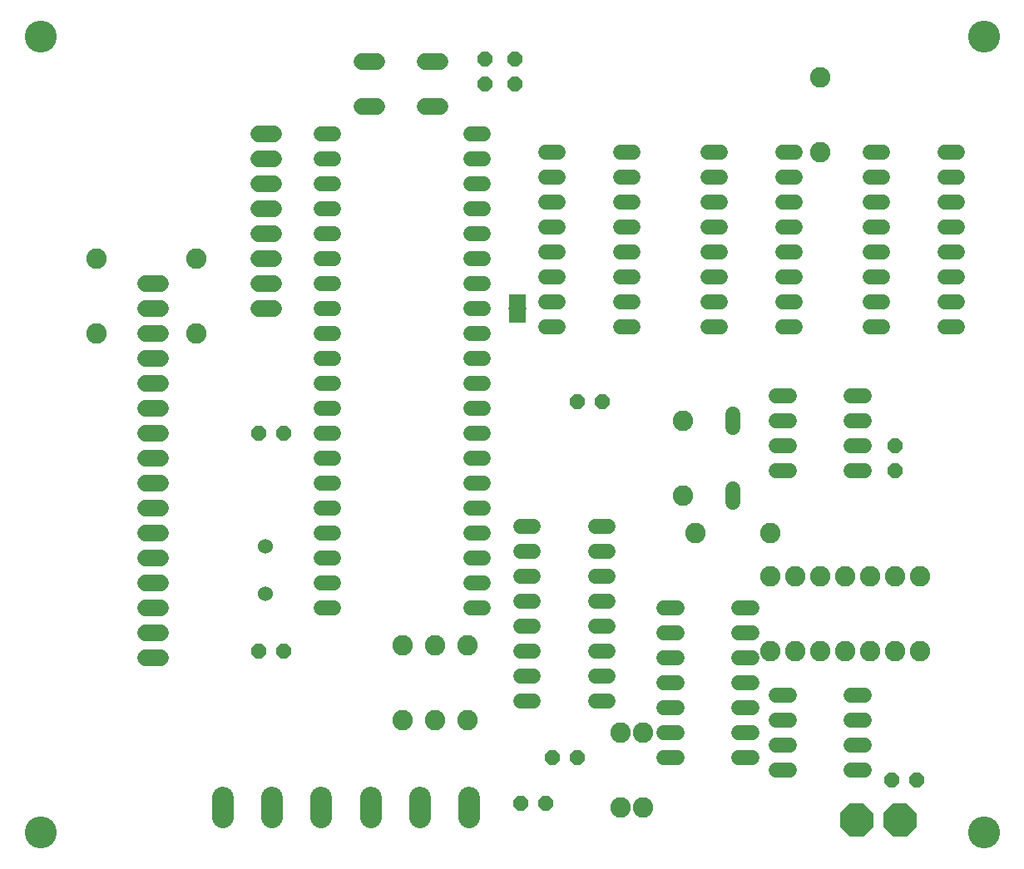
<source format=gts>
G75*
%MOIN*%
%OFA0B0*%
%FSLAX25Y25*%
%IPPOS*%
%LPD*%
%AMOC8*
5,1,8,0,0,1.08239X$1,22.5*
%
%ADD10C,0.12800*%
%ADD11C,0.06000*%
%ADD12OC8,0.06000*%
%ADD13C,0.06800*%
%ADD14C,0.06000*%
%ADD15C,0.08200*%
%ADD16OC8,0.13200*%
%ADD17C,0.08600*%
%ADD18R,0.07100X0.05400*%
%ADD19R,0.07200X0.00600*%
D10*
X0011600Y0011600D03*
X0011600Y0330600D03*
X0389600Y0330600D03*
X0389600Y0011600D03*
D11*
X0341700Y0036600D02*
X0336500Y0036600D01*
X0336500Y0046600D02*
X0341700Y0046600D01*
X0341700Y0056600D02*
X0336500Y0056600D01*
X0336500Y0066600D02*
X0341700Y0066600D01*
X0311700Y0066600D02*
X0306500Y0066600D01*
X0296700Y0061600D02*
X0291500Y0061600D01*
X0291500Y0071600D02*
X0296700Y0071600D01*
X0296700Y0081600D02*
X0291500Y0081600D01*
X0291500Y0091600D02*
X0296700Y0091600D01*
X0296700Y0101600D02*
X0291500Y0101600D01*
X0266700Y0101600D02*
X0261500Y0101600D01*
X0261500Y0091600D02*
X0266700Y0091600D01*
X0266700Y0081600D02*
X0261500Y0081600D01*
X0261500Y0071600D02*
X0266700Y0071600D01*
X0266700Y0061600D02*
X0261500Y0061600D01*
X0261500Y0051600D02*
X0266700Y0051600D01*
X0266700Y0041600D02*
X0261500Y0041600D01*
X0239200Y0064100D02*
X0234000Y0064100D01*
X0234000Y0074100D02*
X0239200Y0074100D01*
X0239200Y0084100D02*
X0234000Y0084100D01*
X0234000Y0094100D02*
X0239200Y0094100D01*
X0239200Y0104100D02*
X0234000Y0104100D01*
X0234000Y0114100D02*
X0239200Y0114100D01*
X0239200Y0124100D02*
X0234000Y0124100D01*
X0234000Y0134100D02*
X0239200Y0134100D01*
X0209200Y0134100D02*
X0204000Y0134100D01*
X0204000Y0124100D02*
X0209200Y0124100D01*
X0209200Y0114100D02*
X0204000Y0114100D01*
X0204000Y0104100D02*
X0209200Y0104100D01*
X0209200Y0094100D02*
X0204000Y0094100D01*
X0204000Y0084100D02*
X0209200Y0084100D01*
X0209200Y0074100D02*
X0204000Y0074100D01*
X0204000Y0064100D02*
X0209200Y0064100D01*
X0189200Y0101600D02*
X0184000Y0101600D01*
X0184000Y0111600D02*
X0189200Y0111600D01*
X0189200Y0121600D02*
X0184000Y0121600D01*
X0184000Y0131600D02*
X0189200Y0131600D01*
X0189200Y0141600D02*
X0184000Y0141600D01*
X0184000Y0151600D02*
X0189200Y0151600D01*
X0189200Y0161600D02*
X0184000Y0161600D01*
X0184000Y0171600D02*
X0189200Y0171600D01*
X0189200Y0181600D02*
X0184000Y0181600D01*
X0184000Y0191600D02*
X0189200Y0191600D01*
X0189200Y0201600D02*
X0184000Y0201600D01*
X0184000Y0211600D02*
X0189200Y0211600D01*
X0189200Y0221600D02*
X0184000Y0221600D01*
X0184000Y0231600D02*
X0189200Y0231600D01*
X0189200Y0241600D02*
X0184000Y0241600D01*
X0184000Y0251600D02*
X0189200Y0251600D01*
X0189200Y0261600D02*
X0184000Y0261600D01*
X0184000Y0271600D02*
X0189200Y0271600D01*
X0189200Y0281600D02*
X0184000Y0281600D01*
X0184000Y0291600D02*
X0189200Y0291600D01*
X0214000Y0284100D02*
X0219200Y0284100D01*
X0219200Y0274100D02*
X0214000Y0274100D01*
X0214000Y0264100D02*
X0219200Y0264100D01*
X0219200Y0254100D02*
X0214000Y0254100D01*
X0214000Y0244100D02*
X0219200Y0244100D01*
X0219200Y0234100D02*
X0214000Y0234100D01*
X0214000Y0224100D02*
X0219200Y0224100D01*
X0219200Y0214100D02*
X0214000Y0214100D01*
X0244000Y0214100D02*
X0249200Y0214100D01*
X0249200Y0224100D02*
X0244000Y0224100D01*
X0244000Y0234100D02*
X0249200Y0234100D01*
X0249200Y0244100D02*
X0244000Y0244100D01*
X0244000Y0254100D02*
X0249200Y0254100D01*
X0249200Y0264100D02*
X0244000Y0264100D01*
X0244000Y0274100D02*
X0249200Y0274100D01*
X0249200Y0284100D02*
X0244000Y0284100D01*
X0279000Y0284100D02*
X0284200Y0284100D01*
X0284200Y0274100D02*
X0279000Y0274100D01*
X0279000Y0264100D02*
X0284200Y0264100D01*
X0284200Y0254100D02*
X0279000Y0254100D01*
X0279000Y0244100D02*
X0284200Y0244100D01*
X0284200Y0234100D02*
X0279000Y0234100D01*
X0279000Y0224100D02*
X0284200Y0224100D01*
X0284200Y0214100D02*
X0279000Y0214100D01*
X0309000Y0214100D02*
X0314200Y0214100D01*
X0314200Y0224100D02*
X0309000Y0224100D01*
X0309000Y0234100D02*
X0314200Y0234100D01*
X0314200Y0244100D02*
X0309000Y0244100D01*
X0309000Y0254100D02*
X0314200Y0254100D01*
X0314200Y0264100D02*
X0309000Y0264100D01*
X0309000Y0274100D02*
X0314200Y0274100D01*
X0314200Y0284100D02*
X0309000Y0284100D01*
X0344000Y0284100D02*
X0349200Y0284100D01*
X0349200Y0274100D02*
X0344000Y0274100D01*
X0344000Y0264100D02*
X0349200Y0264100D01*
X0349200Y0254100D02*
X0344000Y0254100D01*
X0344000Y0244100D02*
X0349200Y0244100D01*
X0349200Y0234100D02*
X0344000Y0234100D01*
X0344000Y0224100D02*
X0349200Y0224100D01*
X0349200Y0214100D02*
X0344000Y0214100D01*
X0341700Y0186600D02*
X0336500Y0186600D01*
X0336500Y0176600D02*
X0341700Y0176600D01*
X0341700Y0166600D02*
X0336500Y0166600D01*
X0336500Y0156600D02*
X0341700Y0156600D01*
X0311700Y0156600D02*
X0306500Y0156600D01*
X0306500Y0166600D02*
X0311700Y0166600D01*
X0311700Y0176600D02*
X0306500Y0176600D01*
X0306500Y0186600D02*
X0311700Y0186600D01*
X0289100Y0179200D02*
X0289100Y0174000D01*
X0289100Y0149200D02*
X0289100Y0144000D01*
X0374000Y0214100D02*
X0379200Y0214100D01*
X0379200Y0224100D02*
X0374000Y0224100D01*
X0374000Y0234100D02*
X0379200Y0234100D01*
X0379200Y0244100D02*
X0374000Y0244100D01*
X0374000Y0254100D02*
X0379200Y0254100D01*
X0379200Y0264100D02*
X0374000Y0264100D01*
X0374000Y0274100D02*
X0379200Y0274100D01*
X0379200Y0284100D02*
X0374000Y0284100D01*
X0129200Y0281600D02*
X0124000Y0281600D01*
X0124000Y0271600D02*
X0129200Y0271600D01*
X0129200Y0261600D02*
X0124000Y0261600D01*
X0124000Y0251600D02*
X0129200Y0251600D01*
X0129200Y0241600D02*
X0124000Y0241600D01*
X0124000Y0231600D02*
X0129200Y0231600D01*
X0129200Y0221600D02*
X0124000Y0221600D01*
X0124000Y0211600D02*
X0129200Y0211600D01*
X0129200Y0201600D02*
X0124000Y0201600D01*
X0124000Y0191600D02*
X0129200Y0191600D01*
X0129200Y0181600D02*
X0124000Y0181600D01*
X0124000Y0171600D02*
X0129200Y0171600D01*
X0129200Y0161600D02*
X0124000Y0161600D01*
X0124000Y0151600D02*
X0129200Y0151600D01*
X0129200Y0141600D02*
X0124000Y0141600D01*
X0124000Y0131600D02*
X0129200Y0131600D01*
X0129200Y0121600D02*
X0124000Y0121600D01*
X0124000Y0111600D02*
X0129200Y0111600D01*
X0129200Y0101600D02*
X0124000Y0101600D01*
X0291500Y0051600D02*
X0296700Y0051600D01*
X0306500Y0046600D02*
X0311700Y0046600D01*
X0311700Y0036600D02*
X0306500Y0036600D01*
X0296700Y0041600D02*
X0291500Y0041600D01*
X0306500Y0056600D02*
X0311700Y0056600D01*
X0129200Y0291600D02*
X0124000Y0291600D01*
D12*
X0189600Y0311600D03*
X0189600Y0321600D03*
X0201600Y0321600D03*
X0201600Y0311600D03*
X0226600Y0184100D03*
X0236600Y0184100D03*
X0354100Y0166600D03*
X0354100Y0156600D03*
X0226600Y0041600D03*
X0216600Y0041600D03*
X0214100Y0023100D03*
X0204100Y0023100D03*
X0109100Y0084100D03*
X0099100Y0084100D03*
X0099100Y0171600D03*
X0109100Y0171600D03*
X0352600Y0032600D03*
X0362600Y0032600D03*
D13*
X0105200Y0221600D02*
X0099200Y0221600D01*
X0099200Y0231600D02*
X0105200Y0231600D01*
X0105200Y0241600D02*
X0099200Y0241600D01*
X0099200Y0251600D02*
X0105200Y0251600D01*
X0105200Y0261600D02*
X0099200Y0261600D01*
X0099200Y0271600D02*
X0105200Y0271600D01*
X0105200Y0281600D02*
X0099200Y0281600D01*
X0099200Y0291600D02*
X0105200Y0291600D01*
X0140300Y0302700D02*
X0146300Y0302700D01*
X0146300Y0320500D02*
X0140300Y0320500D01*
X0165900Y0320500D02*
X0171900Y0320500D01*
X0171900Y0302700D02*
X0165900Y0302700D01*
X0059600Y0231600D02*
X0053600Y0231600D01*
X0053600Y0221600D02*
X0059600Y0221600D01*
X0059600Y0211600D02*
X0053600Y0211600D01*
X0053600Y0201600D02*
X0059600Y0201600D01*
X0059600Y0191600D02*
X0053600Y0191600D01*
X0053600Y0181600D02*
X0059600Y0181600D01*
X0059600Y0171600D02*
X0053600Y0171600D01*
X0053600Y0161600D02*
X0059600Y0161600D01*
X0059600Y0151600D02*
X0053600Y0151600D01*
X0053600Y0141600D02*
X0059600Y0141600D01*
X0059600Y0131600D02*
X0053600Y0131600D01*
X0053600Y0121600D02*
X0059600Y0121600D01*
X0059600Y0111600D02*
X0053600Y0111600D01*
X0053600Y0101600D02*
X0059600Y0101600D01*
X0059600Y0091600D02*
X0053600Y0091600D01*
X0053600Y0081600D02*
X0059600Y0081600D01*
D14*
X0101600Y0107100D03*
X0101600Y0126100D03*
D15*
X0156600Y0086600D03*
X0169600Y0086600D03*
X0182600Y0086600D03*
X0182600Y0056600D03*
X0169600Y0056600D03*
X0156600Y0056600D03*
X0244100Y0051600D03*
X0253100Y0051600D03*
X0253100Y0021600D03*
X0244100Y0021600D03*
X0304100Y0084100D03*
X0314100Y0084100D03*
X0324100Y0084100D03*
X0334100Y0084100D03*
X0344100Y0084100D03*
X0354100Y0084100D03*
X0364100Y0084100D03*
X0364100Y0114100D03*
X0354100Y0114100D03*
X0344100Y0114100D03*
X0334100Y0114100D03*
X0324100Y0114100D03*
X0314100Y0114100D03*
X0304100Y0114100D03*
X0304100Y0131600D03*
X0274100Y0131600D03*
X0269100Y0146600D03*
X0269100Y0176600D03*
X0324100Y0284100D03*
X0324100Y0314100D03*
X0074100Y0241600D03*
X0074100Y0211600D03*
X0034100Y0211600D03*
X0034100Y0241600D03*
D16*
X0338600Y0016600D03*
X0356100Y0016600D03*
D17*
X0183400Y0017700D02*
X0183400Y0025500D01*
X0163700Y0025500D02*
X0163700Y0017700D01*
X0144000Y0017700D02*
X0144000Y0025500D01*
X0124200Y0025500D02*
X0124200Y0017700D01*
X0104500Y0017700D02*
X0104500Y0025500D01*
X0084800Y0025500D02*
X0084800Y0017700D01*
D18*
X0202600Y0218600D03*
X0202600Y0224600D03*
D19*
X0202600Y0221600D03*
M02*

</source>
